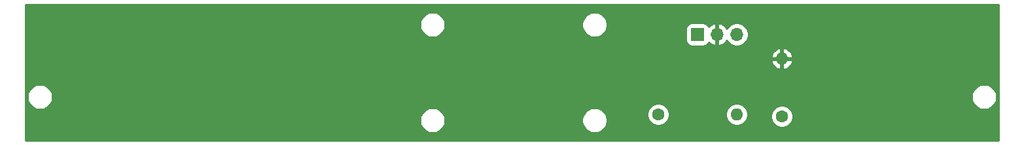
<source format=gbr>
G04 #@! TF.GenerationSoftware,KiCad,Pcbnew,(5.1.5)-3*
G04 #@! TF.CreationDate,2020-04-13T18:35:58-04:00*
G04 #@! TF.ProjectId,SensorEndPanel,53656e73-6f72-4456-9e64-50616e656c2e,rev?*
G04 #@! TF.SameCoordinates,Original*
G04 #@! TF.FileFunction,Copper,L2,Bot*
G04 #@! TF.FilePolarity,Positive*
%FSLAX46Y46*%
G04 Gerber Fmt 4.6, Leading zero omitted, Abs format (unit mm)*
G04 Created by KiCad (PCBNEW (5.1.5)-3) date 2020-04-13 18:35:58*
%MOMM*%
%LPD*%
G04 APERTURE LIST*
%ADD10O,1.600000X1.600000*%
%ADD11C,1.600000*%
%ADD12O,1.700000X1.700000*%
%ADD13R,1.700000X1.700000*%
%ADD14C,0.800000*%
%ADD15C,0.254000*%
G04 APERTURE END LIST*
D10*
X140970000Y-40386000D03*
D11*
X130810000Y-40386000D03*
D12*
X140970000Y-29972000D03*
X138430000Y-29972000D03*
D13*
X135890000Y-29972000D03*
D10*
X146812000Y-33140000D03*
D11*
X146812000Y-40640000D03*
D14*
X133480000Y-36380000D03*
D15*
G36*
X174854001Y-43790000D02*
G01*
X48920000Y-43790000D01*
X48920000Y-40986967D01*
X99965000Y-40986967D01*
X99965000Y-41309033D01*
X100027832Y-41624912D01*
X100151082Y-41922463D01*
X100330013Y-42190252D01*
X100557748Y-42417987D01*
X100825537Y-42596918D01*
X101123088Y-42720168D01*
X101438967Y-42783000D01*
X101761033Y-42783000D01*
X102076912Y-42720168D01*
X102374463Y-42596918D01*
X102642252Y-42417987D01*
X102869987Y-42190252D01*
X103048918Y-41922463D01*
X103172168Y-41624912D01*
X103235000Y-41309033D01*
X103235000Y-40988967D01*
X120940000Y-40988967D01*
X120940000Y-41311033D01*
X121002832Y-41626912D01*
X121126082Y-41924463D01*
X121305013Y-42192252D01*
X121532748Y-42419987D01*
X121800537Y-42598918D01*
X122098088Y-42722168D01*
X122413967Y-42785000D01*
X122736033Y-42785000D01*
X123051912Y-42722168D01*
X123349463Y-42598918D01*
X123617252Y-42419987D01*
X123844987Y-42192252D01*
X124023918Y-41924463D01*
X124147168Y-41626912D01*
X124210000Y-41311033D01*
X124210000Y-40988967D01*
X124147168Y-40673088D01*
X124023918Y-40375537D01*
X123936473Y-40244665D01*
X129375000Y-40244665D01*
X129375000Y-40527335D01*
X129430147Y-40804574D01*
X129538320Y-41065727D01*
X129695363Y-41300759D01*
X129895241Y-41500637D01*
X130130273Y-41657680D01*
X130391426Y-41765853D01*
X130668665Y-41821000D01*
X130951335Y-41821000D01*
X131228574Y-41765853D01*
X131489727Y-41657680D01*
X131724759Y-41500637D01*
X131924637Y-41300759D01*
X132081680Y-41065727D01*
X132189853Y-40804574D01*
X132245000Y-40527335D01*
X132245000Y-40244665D01*
X139535000Y-40244665D01*
X139535000Y-40527335D01*
X139590147Y-40804574D01*
X139698320Y-41065727D01*
X139855363Y-41300759D01*
X140055241Y-41500637D01*
X140290273Y-41657680D01*
X140551426Y-41765853D01*
X140828665Y-41821000D01*
X141111335Y-41821000D01*
X141388574Y-41765853D01*
X141649727Y-41657680D01*
X141884759Y-41500637D01*
X142084637Y-41300759D01*
X142241680Y-41065727D01*
X142349853Y-40804574D01*
X142405000Y-40527335D01*
X142405000Y-40498665D01*
X145377000Y-40498665D01*
X145377000Y-40781335D01*
X145432147Y-41058574D01*
X145540320Y-41319727D01*
X145697363Y-41554759D01*
X145897241Y-41754637D01*
X146132273Y-41911680D01*
X146393426Y-42019853D01*
X146670665Y-42075000D01*
X146953335Y-42075000D01*
X147230574Y-42019853D01*
X147491727Y-41911680D01*
X147726759Y-41754637D01*
X147926637Y-41554759D01*
X148083680Y-41319727D01*
X148191853Y-41058574D01*
X148247000Y-40781335D01*
X148247000Y-40498665D01*
X148191853Y-40221426D01*
X148083680Y-39960273D01*
X147926637Y-39725241D01*
X147726759Y-39525363D01*
X147491727Y-39368320D01*
X147230574Y-39260147D01*
X146953335Y-39205000D01*
X146670665Y-39205000D01*
X146393426Y-39260147D01*
X146132273Y-39368320D01*
X145897241Y-39525363D01*
X145697363Y-39725241D01*
X145540320Y-39960273D01*
X145432147Y-40221426D01*
X145377000Y-40498665D01*
X142405000Y-40498665D01*
X142405000Y-40244665D01*
X142349853Y-39967426D01*
X142241680Y-39706273D01*
X142084637Y-39471241D01*
X141884759Y-39271363D01*
X141649727Y-39114320D01*
X141388574Y-39006147D01*
X141111335Y-38951000D01*
X140828665Y-38951000D01*
X140551426Y-39006147D01*
X140290273Y-39114320D01*
X140055241Y-39271363D01*
X139855363Y-39471241D01*
X139698320Y-39706273D01*
X139590147Y-39967426D01*
X139535000Y-40244665D01*
X132245000Y-40244665D01*
X132189853Y-39967426D01*
X132081680Y-39706273D01*
X131924637Y-39471241D01*
X131724759Y-39271363D01*
X131489727Y-39114320D01*
X131228574Y-39006147D01*
X130951335Y-38951000D01*
X130668665Y-38951000D01*
X130391426Y-39006147D01*
X130130273Y-39114320D01*
X129895241Y-39271363D01*
X129695363Y-39471241D01*
X129538320Y-39706273D01*
X129430147Y-39967426D01*
X129375000Y-40244665D01*
X123936473Y-40244665D01*
X123844987Y-40107748D01*
X123617252Y-39880013D01*
X123349463Y-39701082D01*
X123051912Y-39577832D01*
X122736033Y-39515000D01*
X122413967Y-39515000D01*
X122098088Y-39577832D01*
X121800537Y-39701082D01*
X121532748Y-39880013D01*
X121305013Y-40107748D01*
X121126082Y-40375537D01*
X121002832Y-40673088D01*
X120940000Y-40988967D01*
X103235000Y-40988967D01*
X103235000Y-40986967D01*
X103172168Y-40671088D01*
X103048918Y-40373537D01*
X102869987Y-40105748D01*
X102642252Y-39878013D01*
X102374463Y-39699082D01*
X102076912Y-39575832D01*
X101761033Y-39513000D01*
X101438967Y-39513000D01*
X101123088Y-39575832D01*
X100825537Y-39699082D01*
X100557748Y-39878013D01*
X100330013Y-40105748D01*
X100151082Y-40373537D01*
X100027832Y-40671088D01*
X99965000Y-40986967D01*
X48920000Y-40986967D01*
X48920000Y-37938967D01*
X49165000Y-37938967D01*
X49165000Y-38261033D01*
X49227832Y-38576912D01*
X49351082Y-38874463D01*
X49530013Y-39142252D01*
X49757748Y-39369987D01*
X50025537Y-39548918D01*
X50323088Y-39672168D01*
X50638967Y-39735000D01*
X50961033Y-39735000D01*
X51276912Y-39672168D01*
X51574463Y-39548918D01*
X51842252Y-39369987D01*
X52069987Y-39142252D01*
X52248918Y-38874463D01*
X52372168Y-38576912D01*
X52435000Y-38261033D01*
X52435000Y-37938967D01*
X171339000Y-37938967D01*
X171339000Y-38261033D01*
X171401832Y-38576912D01*
X171525082Y-38874463D01*
X171704013Y-39142252D01*
X171931748Y-39369987D01*
X172199537Y-39548918D01*
X172497088Y-39672168D01*
X172812967Y-39735000D01*
X173135033Y-39735000D01*
X173450912Y-39672168D01*
X173748463Y-39548918D01*
X174016252Y-39369987D01*
X174243987Y-39142252D01*
X174422918Y-38874463D01*
X174546168Y-38576912D01*
X174609000Y-38261033D01*
X174609000Y-37938967D01*
X174546168Y-37623088D01*
X174422918Y-37325537D01*
X174243987Y-37057748D01*
X174016252Y-36830013D01*
X173748463Y-36651082D01*
X173450912Y-36527832D01*
X173135033Y-36465000D01*
X172812967Y-36465000D01*
X172497088Y-36527832D01*
X172199537Y-36651082D01*
X171931748Y-36830013D01*
X171704013Y-37057748D01*
X171525082Y-37325537D01*
X171401832Y-37623088D01*
X171339000Y-37938967D01*
X52435000Y-37938967D01*
X52372168Y-37623088D01*
X52248918Y-37325537D01*
X52069987Y-37057748D01*
X51842252Y-36830013D01*
X51574463Y-36651082D01*
X51276912Y-36527832D01*
X50961033Y-36465000D01*
X50638967Y-36465000D01*
X50323088Y-36527832D01*
X50025537Y-36651082D01*
X49757748Y-36830013D01*
X49530013Y-37057748D01*
X49351082Y-37325537D01*
X49227832Y-37623088D01*
X49165000Y-37938967D01*
X48920000Y-37938967D01*
X48920000Y-33489040D01*
X145420091Y-33489040D01*
X145514930Y-33753881D01*
X145659615Y-33995131D01*
X145848586Y-34203519D01*
X146074580Y-34371037D01*
X146328913Y-34491246D01*
X146462961Y-34531904D01*
X146685000Y-34409915D01*
X146685000Y-33267000D01*
X146939000Y-33267000D01*
X146939000Y-34409915D01*
X147161039Y-34531904D01*
X147295087Y-34491246D01*
X147549420Y-34371037D01*
X147775414Y-34203519D01*
X147964385Y-33995131D01*
X148109070Y-33753881D01*
X148203909Y-33489040D01*
X148082624Y-33267000D01*
X146939000Y-33267000D01*
X146685000Y-33267000D01*
X145541376Y-33267000D01*
X145420091Y-33489040D01*
X48920000Y-33489040D01*
X48920000Y-32790960D01*
X145420091Y-32790960D01*
X145541376Y-33013000D01*
X146685000Y-33013000D01*
X146685000Y-31870085D01*
X146939000Y-31870085D01*
X146939000Y-33013000D01*
X148082624Y-33013000D01*
X148203909Y-32790960D01*
X148109070Y-32526119D01*
X147964385Y-32284869D01*
X147775414Y-32076481D01*
X147549420Y-31908963D01*
X147295087Y-31788754D01*
X147161039Y-31748096D01*
X146939000Y-31870085D01*
X146685000Y-31870085D01*
X146462961Y-31748096D01*
X146328913Y-31788754D01*
X146074580Y-31908963D01*
X145848586Y-32076481D01*
X145659615Y-32284869D01*
X145514930Y-32526119D01*
X145420091Y-32790960D01*
X48920000Y-32790960D01*
X48920000Y-28540967D01*
X99965000Y-28540967D01*
X99965000Y-28863033D01*
X100027832Y-29178912D01*
X100151082Y-29476463D01*
X100330013Y-29744252D01*
X100557748Y-29971987D01*
X100825537Y-30150918D01*
X101123088Y-30274168D01*
X101438967Y-30337000D01*
X101761033Y-30337000D01*
X102076912Y-30274168D01*
X102374463Y-30150918D01*
X102642252Y-29971987D01*
X102869987Y-29744252D01*
X103048918Y-29476463D01*
X103172168Y-29178912D01*
X103235000Y-28863033D01*
X103235000Y-28540967D01*
X103234603Y-28538967D01*
X120940000Y-28538967D01*
X120940000Y-28861033D01*
X121002832Y-29176912D01*
X121126082Y-29474463D01*
X121305013Y-29742252D01*
X121532748Y-29969987D01*
X121800537Y-30148918D01*
X122098088Y-30272168D01*
X122413967Y-30335000D01*
X122736033Y-30335000D01*
X123051912Y-30272168D01*
X123349463Y-30148918D01*
X123617252Y-29969987D01*
X123844987Y-29742252D01*
X124023918Y-29474463D01*
X124147168Y-29176912D01*
X124158090Y-29122000D01*
X134401928Y-29122000D01*
X134401928Y-30822000D01*
X134414188Y-30946482D01*
X134450498Y-31066180D01*
X134509463Y-31176494D01*
X134588815Y-31273185D01*
X134685506Y-31352537D01*
X134795820Y-31411502D01*
X134915518Y-31447812D01*
X135040000Y-31460072D01*
X136740000Y-31460072D01*
X136864482Y-31447812D01*
X136984180Y-31411502D01*
X137094494Y-31352537D01*
X137191185Y-31273185D01*
X137270537Y-31176494D01*
X137329502Y-31066180D01*
X137353966Y-30985534D01*
X137429731Y-31069588D01*
X137663080Y-31243641D01*
X137925901Y-31368825D01*
X138073110Y-31413476D01*
X138303000Y-31292155D01*
X138303000Y-30099000D01*
X138283000Y-30099000D01*
X138283000Y-29845000D01*
X138303000Y-29845000D01*
X138303000Y-28651845D01*
X138557000Y-28651845D01*
X138557000Y-29845000D01*
X138577000Y-29845000D01*
X138577000Y-30099000D01*
X138557000Y-30099000D01*
X138557000Y-31292155D01*
X138786890Y-31413476D01*
X138934099Y-31368825D01*
X139196920Y-31243641D01*
X139430269Y-31069588D01*
X139625178Y-30853355D01*
X139694805Y-30736466D01*
X139816525Y-30918632D01*
X140023368Y-31125475D01*
X140266589Y-31287990D01*
X140536842Y-31399932D01*
X140823740Y-31457000D01*
X141116260Y-31457000D01*
X141403158Y-31399932D01*
X141673411Y-31287990D01*
X141916632Y-31125475D01*
X142123475Y-30918632D01*
X142285990Y-30675411D01*
X142397932Y-30405158D01*
X142455000Y-30118260D01*
X142455000Y-29825740D01*
X142397932Y-29538842D01*
X142285990Y-29268589D01*
X142123475Y-29025368D01*
X141916632Y-28818525D01*
X141673411Y-28656010D01*
X141403158Y-28544068D01*
X141116260Y-28487000D01*
X140823740Y-28487000D01*
X140536842Y-28544068D01*
X140266589Y-28656010D01*
X140023368Y-28818525D01*
X139816525Y-29025368D01*
X139694805Y-29207534D01*
X139625178Y-29090645D01*
X139430269Y-28874412D01*
X139196920Y-28700359D01*
X138934099Y-28575175D01*
X138786890Y-28530524D01*
X138557000Y-28651845D01*
X138303000Y-28651845D01*
X138073110Y-28530524D01*
X137925901Y-28575175D01*
X137663080Y-28700359D01*
X137429731Y-28874412D01*
X137353966Y-28958466D01*
X137329502Y-28877820D01*
X137270537Y-28767506D01*
X137191185Y-28670815D01*
X137094494Y-28591463D01*
X136984180Y-28532498D01*
X136864482Y-28496188D01*
X136740000Y-28483928D01*
X135040000Y-28483928D01*
X134915518Y-28496188D01*
X134795820Y-28532498D01*
X134685506Y-28591463D01*
X134588815Y-28670815D01*
X134509463Y-28767506D01*
X134450498Y-28877820D01*
X134414188Y-28997518D01*
X134401928Y-29122000D01*
X124158090Y-29122000D01*
X124210000Y-28861033D01*
X124210000Y-28538967D01*
X124147168Y-28223088D01*
X124023918Y-27925537D01*
X123844987Y-27657748D01*
X123617252Y-27430013D01*
X123349463Y-27251082D01*
X123051912Y-27127832D01*
X122736033Y-27065000D01*
X122413967Y-27065000D01*
X122098088Y-27127832D01*
X121800537Y-27251082D01*
X121532748Y-27430013D01*
X121305013Y-27657748D01*
X121126082Y-27925537D01*
X121002832Y-28223088D01*
X120940000Y-28538967D01*
X103234603Y-28538967D01*
X103172168Y-28225088D01*
X103048918Y-27927537D01*
X102869987Y-27659748D01*
X102642252Y-27432013D01*
X102374463Y-27253082D01*
X102076912Y-27129832D01*
X101761033Y-27067000D01*
X101438967Y-27067000D01*
X101123088Y-27129832D01*
X100825537Y-27253082D01*
X100557748Y-27432013D01*
X100330013Y-27659748D01*
X100151082Y-27927537D01*
X100027832Y-28225088D01*
X99965000Y-28540967D01*
X48920000Y-28540967D01*
X48920000Y-26060000D01*
X174854000Y-26060000D01*
X174854001Y-43790000D01*
G37*
X174854001Y-43790000D02*
X48920000Y-43790000D01*
X48920000Y-40986967D01*
X99965000Y-40986967D01*
X99965000Y-41309033D01*
X100027832Y-41624912D01*
X100151082Y-41922463D01*
X100330013Y-42190252D01*
X100557748Y-42417987D01*
X100825537Y-42596918D01*
X101123088Y-42720168D01*
X101438967Y-42783000D01*
X101761033Y-42783000D01*
X102076912Y-42720168D01*
X102374463Y-42596918D01*
X102642252Y-42417987D01*
X102869987Y-42190252D01*
X103048918Y-41922463D01*
X103172168Y-41624912D01*
X103235000Y-41309033D01*
X103235000Y-40988967D01*
X120940000Y-40988967D01*
X120940000Y-41311033D01*
X121002832Y-41626912D01*
X121126082Y-41924463D01*
X121305013Y-42192252D01*
X121532748Y-42419987D01*
X121800537Y-42598918D01*
X122098088Y-42722168D01*
X122413967Y-42785000D01*
X122736033Y-42785000D01*
X123051912Y-42722168D01*
X123349463Y-42598918D01*
X123617252Y-42419987D01*
X123844987Y-42192252D01*
X124023918Y-41924463D01*
X124147168Y-41626912D01*
X124210000Y-41311033D01*
X124210000Y-40988967D01*
X124147168Y-40673088D01*
X124023918Y-40375537D01*
X123936473Y-40244665D01*
X129375000Y-40244665D01*
X129375000Y-40527335D01*
X129430147Y-40804574D01*
X129538320Y-41065727D01*
X129695363Y-41300759D01*
X129895241Y-41500637D01*
X130130273Y-41657680D01*
X130391426Y-41765853D01*
X130668665Y-41821000D01*
X130951335Y-41821000D01*
X131228574Y-41765853D01*
X131489727Y-41657680D01*
X131724759Y-41500637D01*
X131924637Y-41300759D01*
X132081680Y-41065727D01*
X132189853Y-40804574D01*
X132245000Y-40527335D01*
X132245000Y-40244665D01*
X139535000Y-40244665D01*
X139535000Y-40527335D01*
X139590147Y-40804574D01*
X139698320Y-41065727D01*
X139855363Y-41300759D01*
X140055241Y-41500637D01*
X140290273Y-41657680D01*
X140551426Y-41765853D01*
X140828665Y-41821000D01*
X141111335Y-41821000D01*
X141388574Y-41765853D01*
X141649727Y-41657680D01*
X141884759Y-41500637D01*
X142084637Y-41300759D01*
X142241680Y-41065727D01*
X142349853Y-40804574D01*
X142405000Y-40527335D01*
X142405000Y-40498665D01*
X145377000Y-40498665D01*
X145377000Y-40781335D01*
X145432147Y-41058574D01*
X145540320Y-41319727D01*
X145697363Y-41554759D01*
X145897241Y-41754637D01*
X146132273Y-41911680D01*
X146393426Y-42019853D01*
X146670665Y-42075000D01*
X146953335Y-42075000D01*
X147230574Y-42019853D01*
X147491727Y-41911680D01*
X147726759Y-41754637D01*
X147926637Y-41554759D01*
X148083680Y-41319727D01*
X148191853Y-41058574D01*
X148247000Y-40781335D01*
X148247000Y-40498665D01*
X148191853Y-40221426D01*
X148083680Y-39960273D01*
X147926637Y-39725241D01*
X147726759Y-39525363D01*
X147491727Y-39368320D01*
X147230574Y-39260147D01*
X146953335Y-39205000D01*
X146670665Y-39205000D01*
X146393426Y-39260147D01*
X146132273Y-39368320D01*
X145897241Y-39525363D01*
X145697363Y-39725241D01*
X145540320Y-39960273D01*
X145432147Y-40221426D01*
X145377000Y-40498665D01*
X142405000Y-40498665D01*
X142405000Y-40244665D01*
X142349853Y-39967426D01*
X142241680Y-39706273D01*
X142084637Y-39471241D01*
X141884759Y-39271363D01*
X141649727Y-39114320D01*
X141388574Y-39006147D01*
X141111335Y-38951000D01*
X140828665Y-38951000D01*
X140551426Y-39006147D01*
X140290273Y-39114320D01*
X140055241Y-39271363D01*
X139855363Y-39471241D01*
X139698320Y-39706273D01*
X139590147Y-39967426D01*
X139535000Y-40244665D01*
X132245000Y-40244665D01*
X132189853Y-39967426D01*
X132081680Y-39706273D01*
X131924637Y-39471241D01*
X131724759Y-39271363D01*
X131489727Y-39114320D01*
X131228574Y-39006147D01*
X130951335Y-38951000D01*
X130668665Y-38951000D01*
X130391426Y-39006147D01*
X130130273Y-39114320D01*
X129895241Y-39271363D01*
X129695363Y-39471241D01*
X129538320Y-39706273D01*
X129430147Y-39967426D01*
X129375000Y-40244665D01*
X123936473Y-40244665D01*
X123844987Y-40107748D01*
X123617252Y-39880013D01*
X123349463Y-39701082D01*
X123051912Y-39577832D01*
X122736033Y-39515000D01*
X122413967Y-39515000D01*
X122098088Y-39577832D01*
X121800537Y-39701082D01*
X121532748Y-39880013D01*
X121305013Y-40107748D01*
X121126082Y-40375537D01*
X121002832Y-40673088D01*
X120940000Y-40988967D01*
X103235000Y-40988967D01*
X103235000Y-40986967D01*
X103172168Y-40671088D01*
X103048918Y-40373537D01*
X102869987Y-40105748D01*
X102642252Y-39878013D01*
X102374463Y-39699082D01*
X102076912Y-39575832D01*
X101761033Y-39513000D01*
X101438967Y-39513000D01*
X101123088Y-39575832D01*
X100825537Y-39699082D01*
X100557748Y-39878013D01*
X100330013Y-40105748D01*
X100151082Y-40373537D01*
X100027832Y-40671088D01*
X99965000Y-40986967D01*
X48920000Y-40986967D01*
X48920000Y-37938967D01*
X49165000Y-37938967D01*
X49165000Y-38261033D01*
X49227832Y-38576912D01*
X49351082Y-38874463D01*
X49530013Y-39142252D01*
X49757748Y-39369987D01*
X50025537Y-39548918D01*
X50323088Y-39672168D01*
X50638967Y-39735000D01*
X50961033Y-39735000D01*
X51276912Y-39672168D01*
X51574463Y-39548918D01*
X51842252Y-39369987D01*
X52069987Y-39142252D01*
X52248918Y-38874463D01*
X52372168Y-38576912D01*
X52435000Y-38261033D01*
X52435000Y-37938967D01*
X171339000Y-37938967D01*
X171339000Y-38261033D01*
X171401832Y-38576912D01*
X171525082Y-38874463D01*
X171704013Y-39142252D01*
X171931748Y-39369987D01*
X172199537Y-39548918D01*
X172497088Y-39672168D01*
X172812967Y-39735000D01*
X173135033Y-39735000D01*
X173450912Y-39672168D01*
X173748463Y-39548918D01*
X174016252Y-39369987D01*
X174243987Y-39142252D01*
X174422918Y-38874463D01*
X174546168Y-38576912D01*
X174609000Y-38261033D01*
X174609000Y-37938967D01*
X174546168Y-37623088D01*
X174422918Y-37325537D01*
X174243987Y-37057748D01*
X174016252Y-36830013D01*
X173748463Y-36651082D01*
X173450912Y-36527832D01*
X173135033Y-36465000D01*
X172812967Y-36465000D01*
X172497088Y-36527832D01*
X172199537Y-36651082D01*
X171931748Y-36830013D01*
X171704013Y-37057748D01*
X171525082Y-37325537D01*
X171401832Y-37623088D01*
X171339000Y-37938967D01*
X52435000Y-37938967D01*
X52372168Y-37623088D01*
X52248918Y-37325537D01*
X52069987Y-37057748D01*
X51842252Y-36830013D01*
X51574463Y-36651082D01*
X51276912Y-36527832D01*
X50961033Y-36465000D01*
X50638967Y-36465000D01*
X50323088Y-36527832D01*
X50025537Y-36651082D01*
X49757748Y-36830013D01*
X49530013Y-37057748D01*
X49351082Y-37325537D01*
X49227832Y-37623088D01*
X49165000Y-37938967D01*
X48920000Y-37938967D01*
X48920000Y-33489040D01*
X145420091Y-33489040D01*
X145514930Y-33753881D01*
X145659615Y-33995131D01*
X145848586Y-34203519D01*
X146074580Y-34371037D01*
X146328913Y-34491246D01*
X146462961Y-34531904D01*
X146685000Y-34409915D01*
X146685000Y-33267000D01*
X146939000Y-33267000D01*
X146939000Y-34409915D01*
X147161039Y-34531904D01*
X147295087Y-34491246D01*
X147549420Y-34371037D01*
X147775414Y-34203519D01*
X147964385Y-33995131D01*
X148109070Y-33753881D01*
X148203909Y-33489040D01*
X148082624Y-33267000D01*
X146939000Y-33267000D01*
X146685000Y-33267000D01*
X145541376Y-33267000D01*
X145420091Y-33489040D01*
X48920000Y-33489040D01*
X48920000Y-32790960D01*
X145420091Y-32790960D01*
X145541376Y-33013000D01*
X146685000Y-33013000D01*
X146685000Y-31870085D01*
X146939000Y-31870085D01*
X146939000Y-33013000D01*
X148082624Y-33013000D01*
X148203909Y-32790960D01*
X148109070Y-32526119D01*
X147964385Y-32284869D01*
X147775414Y-32076481D01*
X147549420Y-31908963D01*
X147295087Y-31788754D01*
X147161039Y-31748096D01*
X146939000Y-31870085D01*
X146685000Y-31870085D01*
X146462961Y-31748096D01*
X146328913Y-31788754D01*
X146074580Y-31908963D01*
X145848586Y-32076481D01*
X145659615Y-32284869D01*
X145514930Y-32526119D01*
X145420091Y-32790960D01*
X48920000Y-32790960D01*
X48920000Y-28540967D01*
X99965000Y-28540967D01*
X99965000Y-28863033D01*
X100027832Y-29178912D01*
X100151082Y-29476463D01*
X100330013Y-29744252D01*
X100557748Y-29971987D01*
X100825537Y-30150918D01*
X101123088Y-30274168D01*
X101438967Y-30337000D01*
X101761033Y-30337000D01*
X102076912Y-30274168D01*
X102374463Y-30150918D01*
X102642252Y-29971987D01*
X102869987Y-29744252D01*
X103048918Y-29476463D01*
X103172168Y-29178912D01*
X103235000Y-28863033D01*
X103235000Y-28540967D01*
X103234603Y-28538967D01*
X120940000Y-28538967D01*
X120940000Y-28861033D01*
X121002832Y-29176912D01*
X121126082Y-29474463D01*
X121305013Y-29742252D01*
X121532748Y-29969987D01*
X121800537Y-30148918D01*
X122098088Y-30272168D01*
X122413967Y-30335000D01*
X122736033Y-30335000D01*
X123051912Y-30272168D01*
X123349463Y-30148918D01*
X123617252Y-29969987D01*
X123844987Y-29742252D01*
X124023918Y-29474463D01*
X124147168Y-29176912D01*
X124158090Y-29122000D01*
X134401928Y-29122000D01*
X134401928Y-30822000D01*
X134414188Y-30946482D01*
X134450498Y-31066180D01*
X134509463Y-31176494D01*
X134588815Y-31273185D01*
X134685506Y-31352537D01*
X134795820Y-31411502D01*
X134915518Y-31447812D01*
X135040000Y-31460072D01*
X136740000Y-31460072D01*
X136864482Y-31447812D01*
X136984180Y-31411502D01*
X137094494Y-31352537D01*
X137191185Y-31273185D01*
X137270537Y-31176494D01*
X137329502Y-31066180D01*
X137353966Y-30985534D01*
X137429731Y-31069588D01*
X137663080Y-31243641D01*
X137925901Y-31368825D01*
X138073110Y-31413476D01*
X138303000Y-31292155D01*
X138303000Y-30099000D01*
X138283000Y-30099000D01*
X138283000Y-29845000D01*
X138303000Y-29845000D01*
X138303000Y-28651845D01*
X138557000Y-28651845D01*
X138557000Y-29845000D01*
X138577000Y-29845000D01*
X138577000Y-30099000D01*
X138557000Y-30099000D01*
X138557000Y-31292155D01*
X138786890Y-31413476D01*
X138934099Y-31368825D01*
X139196920Y-31243641D01*
X139430269Y-31069588D01*
X139625178Y-30853355D01*
X139694805Y-30736466D01*
X139816525Y-30918632D01*
X140023368Y-31125475D01*
X140266589Y-31287990D01*
X140536842Y-31399932D01*
X140823740Y-31457000D01*
X141116260Y-31457000D01*
X141403158Y-31399932D01*
X141673411Y-31287990D01*
X141916632Y-31125475D01*
X142123475Y-30918632D01*
X142285990Y-30675411D01*
X142397932Y-30405158D01*
X142455000Y-30118260D01*
X142455000Y-29825740D01*
X142397932Y-29538842D01*
X142285990Y-29268589D01*
X142123475Y-29025368D01*
X141916632Y-28818525D01*
X141673411Y-28656010D01*
X141403158Y-28544068D01*
X141116260Y-28487000D01*
X140823740Y-28487000D01*
X140536842Y-28544068D01*
X140266589Y-28656010D01*
X140023368Y-28818525D01*
X139816525Y-29025368D01*
X139694805Y-29207534D01*
X139625178Y-29090645D01*
X139430269Y-28874412D01*
X139196920Y-28700359D01*
X138934099Y-28575175D01*
X138786890Y-28530524D01*
X138557000Y-28651845D01*
X138303000Y-28651845D01*
X138073110Y-28530524D01*
X137925901Y-28575175D01*
X137663080Y-28700359D01*
X137429731Y-28874412D01*
X137353966Y-28958466D01*
X137329502Y-28877820D01*
X137270537Y-28767506D01*
X137191185Y-28670815D01*
X137094494Y-28591463D01*
X136984180Y-28532498D01*
X136864482Y-28496188D01*
X136740000Y-28483928D01*
X135040000Y-28483928D01*
X134915518Y-28496188D01*
X134795820Y-28532498D01*
X134685506Y-28591463D01*
X134588815Y-28670815D01*
X134509463Y-28767506D01*
X134450498Y-28877820D01*
X134414188Y-28997518D01*
X134401928Y-29122000D01*
X124158090Y-29122000D01*
X124210000Y-28861033D01*
X124210000Y-28538967D01*
X124147168Y-28223088D01*
X124023918Y-27925537D01*
X123844987Y-27657748D01*
X123617252Y-27430013D01*
X123349463Y-27251082D01*
X123051912Y-27127832D01*
X122736033Y-27065000D01*
X122413967Y-27065000D01*
X122098088Y-27127832D01*
X121800537Y-27251082D01*
X121532748Y-27430013D01*
X121305013Y-27657748D01*
X121126082Y-27925537D01*
X121002832Y-28223088D01*
X120940000Y-28538967D01*
X103234603Y-28538967D01*
X103172168Y-28225088D01*
X103048918Y-27927537D01*
X102869987Y-27659748D01*
X102642252Y-27432013D01*
X102374463Y-27253082D01*
X102076912Y-27129832D01*
X101761033Y-27067000D01*
X101438967Y-27067000D01*
X101123088Y-27129832D01*
X100825537Y-27253082D01*
X100557748Y-27432013D01*
X100330013Y-27659748D01*
X100151082Y-27927537D01*
X100027832Y-28225088D01*
X99965000Y-28540967D01*
X48920000Y-28540967D01*
X48920000Y-26060000D01*
X174854000Y-26060000D01*
X174854001Y-43790000D01*
M02*

</source>
